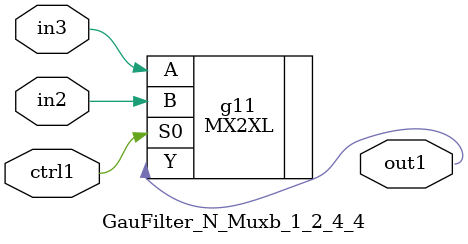
<source format=v>
`timescale 1ps / 1ps


module GauFilter_N_Muxb_1_2_4_4(in3, in2, ctrl1, out1);
  input in3, in2, ctrl1;
  output out1;
  wire in3, in2, ctrl1;
  wire out1;
  MX2XL g11(.A (in3), .B (in2), .S0 (ctrl1), .Y (out1));
endmodule



</source>
